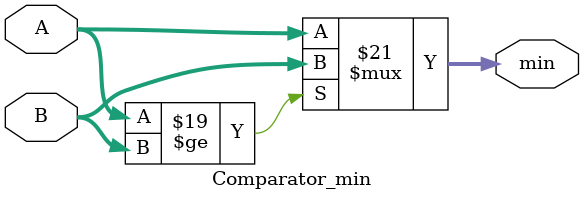
<source format=v>
 module ISP(
    // Input Signals
    input clk,
    input rst_n,
    input in_valid,
    input [3:0] in_pic_no,
    input [1:0] in_mode,
    input [1:0] in_ratio_mode,

    // Output Signals
    output reg out_valid,
    output reg [7:0] out_data,
    
    // DRAM Signals
    // axi write address channel
    // src master
    output [3:0]  awid_s_inf,
    output reg [31:0] awaddr_s_inf,
    output [2:0]  awsize_s_inf,
    output [1:0]  awburst_s_inf,
    output [7:0]  awlen_s_inf,
    output  reg   awvalid_s_inf,
    // src slave
    input         awready_s_inf,
    // -----------------------------
  
    // axi write data channel 
    // src master
    output reg [127:0] wdata_s_inf,
    output  reg       wlast_s_inf,
    output reg        wvalid_s_inf,
    // src slave
    input          wready_s_inf,
  
    // axi write response channel 
    // src slave
    input [3:0]    bid_s_inf,
    input [1:0]    bresp_s_inf,
    input          bvalid_s_inf,
    // src master 
    output         bready_s_inf,
    // -----------------------------
  
    // axi read address channel 
    // src master
    output [3:0]   arid_s_inf,
    output reg[31:0]  araddr_s_inf,
    output [7:0]   arlen_s_inf,
    output [2:0]   arsize_s_inf,
    output [1:0]   arburst_s_inf,
    output reg        arvalid_s_inf,
    // src slave
    input          arready_s_inf,
    // -----------------------------
  
    // axi read data channel 
    // slave
    input [3:0]    rid_s_inf,
    input [127:0]  rdata_s_inf,
    input [1:0]    rresp_s_inf,
    input          rlast_s_inf,
    input          rvalid_s_inf,
    // master
    output  reg       rready_s_inf
    
);
/////////////////////////
parameter IDLE          = 0;
parameter INPUT         = 1;   // for getting frame_id, net_id, loc_x, loc_y
parameter R_IMG         = 2;   // read weight from DRAM through AXI
parameter OUT           = 3;

parameter IDLE_W    = 0;
parameter WAIT_AW   = 1;
parameter W_IMG     = 2;
parameter WAIT_B    = 3;

integer i,j;
/////////reg/////////////
reg       delay_valid;
reg [3:0] state, next_state;
reg [3:0] out_AXI, next_out_AXI;
reg [7:0] cnt_192,W_cnt_192;
reg [5:0] count,count1,count2;
reg [3:0] count_reduce;
reg [3:0] in_pic_no_store;
reg [1:0] in_mode_store;
reg [1:0] in_ratio_mode_store;
// reg [9:0] A1,A2,A3,A4,A1_store,A2_store,A3_store,A4_store;
// reg [7:0] DI1,DI2,DI3,DI4;
// reg [7:0] DO1,DO2,DO3,DO4;
reg [7:0] data_from_dram[15:0];
reg [6:0] data_from_dram_store[15:0];
reg [7:0] data_store[35:0];
reg [127:0] data_to_dram,data_to_dram1,data_to_dram2,data_to_dram3;
reg  color;
reg [1:0] RGB;
reg [1:0] RGB_delay;


//read already or not
reg flag_pic[15:0],zero_flag[15:0];
reg [1:0]focus_store[15:0];
reg [1:0]focus_temp;
reg [7:0] exposure_temp;
reg [7:0] exposure_store[15:0];
reg [7:0] avg_min_max_store[15:0];

reg [7:0]sub_a[2:0],sub_b[2:0];
reg [7:0]sub_a_s[2:0],sub_b_s[2:0];
reg [7:0]sub_out[2:0];
reg [9:0]sub_accum_3_2;
reg [8:0]sub_accum_3_1;
reg [7:0]sub_accum_3_0;

reg [9:0]sub_accum_all_0;
reg [12:0]sub_accum_all_1;
reg [13:0]sub_accum_all_2;
reg [9:0]sub_accum_all_store_0;
reg [12:0]sub_accum_all_store_1;
reg [13:0]sub_accum_all_store_2;

reg [7:0]comp_a;
reg [7:0]comp_b;

reg [11:0]divide_a;
reg [3:0]divide_b;
reg [8:0]divide_out;

reg [6:0] gray_add_a[2:0];
reg [7:0] gray_add_b[2:0];
reg [7:0] gray_add_out[2:0];

reg [7:0]add_a,add_b,add_c,add_c_s;
reg [10:0]sub_accum_all_2_temp;
reg [8:0]add_out1;
reg [9:0]add_out2;

reg [17:0]exposure_add_out;

reg [11:0]input16_add_out;
reg [9:0]input16_add_out1,input16_add_out3;
reg [9:0]input16_add_out2,input16_add_out4;

reg flag_temp;

reg [1:0]flag_max;
reg [1:0]flag_max_store;
reg sub_flag[2:0];
reg cc,c1,c2;


reg en       ;
reg [14-1:0] dividend ;
reg [8:0]  quotient ;
reg vld_out  ;


reg en2       ;
reg [9:0] dividend2 ;
reg [7:0]  quotient2 ;
reg vld_out2  ;

reg en3       ;
reg [9:0] dividend3 ;
reg [7:0]  quotient3 ;
reg vld_out3  ;


reg [7:0] input16_add_out1_1;
reg [7:0] input16_add_out1_2;

reg [7:0] input16_add_out2_1;
reg [7:0] input16_add_out2_2;

reg [7:0] input16_add_out3_1;
reg [7:0] input16_add_out3_2;

reg [7:0] input16_add_out4_1;
reg [7:0] input16_add_out4_2;

reg [10:0] input16_add_outadd12;
reg [10:0] input16_add_outadd34;


//new
reg [7:0] dram_data_for_avg_min_max[15:0];

wire [7:0]max_3[1:0],max_2[3:0],max_1[7:0];
wire [7:0]min_3[1:0],min_2[3:0],min_1[7:0];
reg [7:0]max_3_store[1:0],max_2_store[3:0],max_1_store[7:0],min_4,max_4;
reg [7:0]min_3_store[1:0],min_2_store[3:0],min_1_store[7:0];
wire [7:0] max_temp1,min_temp1;
reg [7:0] max_last,min_last;

reg [9:0]max_acc,min_acc;
reg [7:0]max_divide,min_divide;
reg [7:0]max_min_out;


always @(posedge clk or negedge rst_n) begin
    if (!rst_n)begin
        for(i=0;i<16;i=i+1)
            flag_pic[i] <= 0;
    end else if(wvalid_s_inf)begin //rewrite to 0
        flag_pic[in_pic_no_store] <= 0;
    end else if(state==OUT)begin
        if(flag_pic[in_pic_no_store]==0)begin
            flag_pic[in_pic_no_store] <= 1;
        end 
    end
end

always @(posedge clk or negedge rst_n) begin
    if (!rst_n)begin
        for(i=0;i<16;i=i+1)
            zero_flag[i] <= 0;
    end else if(rready_s_inf)begin //rewrite to 1
        zero_flag[in_pic_no_store] <= 1;
    end else if(data_to_dram!=0)begin
        zero_flag[in_pic_no_store] <= 0;
    end
end

always@(posedge clk or negedge rst_n) begin
    if(!rst_n)begin
        for(i=0;i<=15;i=i+1)begin
            focus_store[i]<=0;
        end
    end else if(state==OUT&&!flag_temp) begin
        if(flag_max_store==0)begin
            focus_store[in_pic_no_store]<=0;
        end else if(flag_max_store==1)begin
            focus_store[in_pic_no_store]<=1;
        end else begin
            focus_store[in_pic_no_store]<=2;
        end
    end
end
//expflag
// always @(posedge clk or negedge rst_n) begin
//     if (!rst_n)begin
//         for(i=0;i<16;i=i+1)
//             exp_flag_pic[i] <= 0;
//     end else if(wvalid_s_inf)begin
//         exp_flag_pic[in_pic_no_store] <= 0;
//     end else if(state==OUT)begin
//         if(exp_flag_pic[in_pic_no_store]==0)begin
//             exp_flag_pic[in_pic_no_store] <= 1;
//         end 
//     end
// end

always@(posedge clk or negedge rst_n) begin
    if(!rst_n)begin
        flag_temp<=0;
    end else begin
        flag_temp<=flag_pic[in_pic_no_store];
    end
end

always@(posedge clk or negedge rst_n) begin
    if(!rst_n)begin
        for(i=0;i<=15;i=i+1)begin
            exposure_store[i]<=0;
        end
    end else if(state==OUT&&!flag_temp) begin
        exposure_store[in_pic_no_store]<=exposure_add_out[17:10];
    end
end


always@(posedge clk or negedge rst_n) begin
    if(!rst_n)begin
        for(i=0;i<=15;i=i+1)begin
            avg_min_max_store[i]<=0;
        end
    end else if(state==OUT&&!flag_temp) begin
        avg_min_max_store[in_pic_no_store]<=max_min_out;
    end
end

// always@(posedge clk or negedge rst_n) begin
//     if(!rst_n)begin
//         exposure_temp<=0;
//     end else begin
//         exposure_temp<=exposure_store[in_pic_no_store];
//     end
// end

// always@(posedge clk or negedge rst_n) begin
//     if(!rst_n)begin
//         focus_temp<=0;
//     end else  begin
//         focus_temp<=focus_store[in_pic_no_store];
//     end
// end


always @(posedge clk or negedge rst_n) begin
    if(!rst_n)begin
        RGB<=0;
    end else if(state==IDLE) begin
        RGB<=0;
    end else if(count2==63)begin
        if(RGB==2)begin
            RGB<=RGB;
        end else begin
            RGB<=RGB+1;
        end
    end
end

always @(posedge clk or negedge rst_n) begin
    if(!rst_n)begin
        RGB_delay<=0;
    end else begin
        RGB_delay<=RGB;
    end
end

////////////AXI FSM////////////
always @(posedge clk or negedge rst_n) begin
    if (!rst_n) begin
        out_AXI <= IDLE_W;
    end else begin
        out_AXI <= next_out_AXI;
    end
end


always @(*) begin
    case (out_AXI)
        IDLE_W: begin
            if (in_mode_store==1&&(in_ratio_mode_store!=2||!flag_pic[in_pic_no_store])&&!zero_flag[in_pic_no_store])
                next_out_AXI = WAIT_AW;
            else 
                next_out_AXI = out_AXI;
        end
        WAIT_AW: begin
            if (rvalid_s_inf) 
                next_out_AXI = W_IMG;
            else
                next_out_AXI = out_AXI;
        end
        W_IMG: begin
            if (W_cnt_192 == 191) 
                next_out_AXI = WAIT_B;
            else 
                next_out_AXI = out_AXI;
        end
        WAIT_B: begin
            if (in_valid) 
                next_out_AXI = IDLE;
            else 
                next_out_AXI = out_AXI;
        end
        default: begin
            next_out_AXI = out_AXI;
        end
    endcase
end

////////////FSM////////////////
always @(posedge clk or negedge rst_n) begin
    if (!rst_n)
        state <= IDLE;
    else
        state <= next_state;
end

always @(*) begin
    case (state)
        IDLE: begin
            if (in_valid) begin
                next_state = INPUT;
            end else begin
                next_state = state;
            end
        end
        
        INPUT: begin
            if(zero_flag[in_pic_no_store]||(flag_pic[in_pic_no_store]&&((in_mode_store==1&&in_ratio_mode_store==2)||(in_mode_store==0)||(in_mode_store==2))))begin
                next_state=OUT;
            end else begin
                if (arready_s_inf) 
                    next_state = R_IMG;
                else 
                    next_state = state;
            end
        end
        
        R_IMG: begin
            if(count2==13&&cnt_192==192)begin
                next_state=OUT;
            end else begin
                next_state=state;
            end
        end
        
        OUT:begin
            next_state = IDLE;
        end
        
        default: begin
            next_state = IDLE;
        end
    endcase
end


always @(negedge rst_n or posedge clk) begin
    if(!rst_n)begin
        gray_add_out[0]<=0;
        gray_add_out[1]<=0;
        gray_add_out[2]<=0;
    end else begin
        gray_add_out[0]<=gray_add_a [0]+ gray_add_b[0];
        gray_add_out[1]<=gray_add_a [1]+ gray_add_b[1];
        gray_add_out[2]<=gray_add_a [2]+ gray_add_b[2];
    end
end



always @(negedge rst_n or posedge clk) begin
    if(!rst_n)begin
        gray_add_a [0] <=0;
        gray_add_a [1] <=0;
        gray_add_a [2] <=0;
    end else if(count_reduce==0||count_reduce==2||count_reduce==4||count_reduce==6||count_reduce==8||count_reduce==10)begin
        gray_add_a [0] <=  data_from_dram_store[13];
        gray_add_a [1] <=  data_from_dram_store[14];
        gray_add_a [2] <=  data_from_dram_store[15];
    end else begin
        gray_add_a [0] <= data_from_dram_store[0];
        gray_add_a [1] <= data_from_dram_store[1];
        gray_add_a [2] <= data_from_dram_store[2];
    end
end


always @(negedge rst_n or posedge clk) begin
    if(!rst_n)begin
        gray_add_b[0] <= 0;
        gray_add_b[1] <= 0;
        gray_add_b[2] <= 0;
    end else begin
        case(count_reduce)
            0: begin    
                gray_add_b[0] <= data_store[0];
                gray_add_b[1] <= data_store[1];
                gray_add_b[2] <= data_store[2];
            end
            1: begin
                gray_add_b[0] <= data_store[3];
                gray_add_b[1] <= data_store[4];
                gray_add_b[2] <= data_store[5];
            end
            2: begin
                gray_add_b[0] <= data_store[6];
                gray_add_b[1] <= data_store[7];
                gray_add_b[2] <= data_store[8];
            end
            3: begin
                gray_add_b[0] <= data_store[9];
                gray_add_b[1] <= data_store[10];
                gray_add_b[2] <= data_store[11];
            end
            4: begin
                gray_add_b[0] <= data_store[12];
                gray_add_b[1] <= data_store[13];
                gray_add_b[2] <= data_store[14];
            end
            5: begin
                gray_add_b[0] <= data_store[15];
                gray_add_b[1] <= data_store[16];
                gray_add_b[2] <= data_store[17];
            end
            6: begin
                gray_add_b[0] <= data_store[18];
                gray_add_b[1] <= data_store[19];
                gray_add_b[2] <= data_store[20];
            end
            7: begin
                gray_add_b[0] <= data_store[21];
                gray_add_b[1] <= data_store[22];
                gray_add_b[2] <= data_store[23];
            end
            8: begin
                gray_add_b[0] <= data_store[24];
                gray_add_b[1] <= data_store[25];
                gray_add_b[2] <= data_store[26];
            end
            9: begin
                gray_add_b[0] <= data_store[27];
                gray_add_b[1] <= data_store[28];
                gray_add_b[2] <= data_store[29];
            end
            10: begin
                gray_add_b[0] <= data_store[30];
                gray_add_b[1] <= data_store[31];
                gray_add_b[2] <= data_store[32];
            end
            11: begin
                gray_add_b[0] <= data_store[33];
                gray_add_b[1] <= data_store[34];
                gray_add_b[2] <= data_store[35];
            end
            default:begin
                gray_add_b [0] <= 0;
                gray_add_b [1] <= 0;
                gray_add_b [2] <= 0;
            end
        endcase
    end
end

always @(negedge rst_n or posedge clk) begin
    if(!rst_n)begin
        for(i=0;i<36;i=i+1)begin
            data_store[i]<=0;
        end
    end else if(state==IDLE) begin
        for(i=0;i<36;i=i+1)begin
            data_store[i]<=0;
        end
    end else begin
        case(count_reduce)
            2:  begin    
                data_store[0] <= gray_add_out[0];
                data_store[1] <= gray_add_out[1];
                data_store[2] <= gray_add_out[2];
            end
            3:  begin
                data_store[3] <= gray_add_out[0];
                data_store[4] <= gray_add_out[1];
                data_store[5] <= gray_add_out[2];
            end
            4:  begin
                data_store[6]  <= gray_add_out[0];
                data_store[7]  <= gray_add_out[1];
                data_store[8]  <= gray_add_out[2];
            end
            5:  begin
                data_store[9]  <= gray_add_out[0];
                data_store[10] <= gray_add_out[1];
                data_store[11] <= gray_add_out[2];
            end
            6:  begin
                data_store[12] <= gray_add_out[0];
                data_store[13] <= gray_add_out[1];
                data_store[14] <= gray_add_out[2];
            end
            7:  begin
                data_store[15] <= gray_add_out[0];
                data_store[16] <= gray_add_out[1];
                data_store[17] <= gray_add_out[2];
            end
            8:  begin
                data_store[18] <= gray_add_out[0];
                data_store[19] <= gray_add_out[1];
                data_store[20] <= gray_add_out[2];
            end
            9:  begin
                data_store[21] <= gray_add_out[0];
                data_store[22] <= gray_add_out[1];
                data_store[23] <= gray_add_out[2];
            end
            10: begin
                data_store[24] <= gray_add_out[0];
                data_store[25] <= gray_add_out[1];
                data_store[26] <= gray_add_out[2];
            end
            11:  begin
                data_store[27] <= gray_add_out[0];
                data_store[28] <= gray_add_out[1];
                data_store[29] <= gray_add_out[2];
            end
            12: begin
                data_store[30] <= gray_add_out[0];
                data_store[31] <= gray_add_out[1];
                data_store[32] <= gray_add_out[2];
            end
            13: begin
                data_store[33] <= gray_add_out[0];
                data_store[34] <= gray_add_out[1];
                data_store[35] <= gray_add_out[2];
            end
        endcase
    end
end

//3 sub
always @(negedge rst_n or posedge clk) begin
    if(!rst_n)begin
        sub_out[0]<=0;
    end else if(sub_flag[0])begin
        sub_out[0]<=sub_a_s[0]-sub_b_s[0];
    end else begin
        sub_out[0]<=sub_b_s[0]-sub_a_s[0];
    end
end

always @(negedge rst_n or posedge clk) begin
    if(!rst_n)begin
        sub_out[1]<=0;
    end else if(sub_flag[1])begin
        sub_out[1]<=sub_a_s[1]-sub_b_s[1];
    end else begin
        sub_out[1]<=sub_b_s[1]-sub_a_s[1];
    end
end

always @(negedge rst_n or posedge clk) begin
    if(!rst_n)begin
        sub_out[2]<=0;
    end else if(sub_flag[2])begin
        sub_out[2]<=sub_a_s[2]-sub_b_s[2];
    end else begin
        sub_out[2]<=sub_b_s[2]-sub_a_s[2];
    end
end

always @(negedge rst_n or posedge clk) begin
    if(!rst_n)begin
        sub_flag[0]<=0;
    end else if(sub_a[0]>=sub_b[0])begin
        sub_flag[0]<=1;
    end else begin
        sub_flag[0]<=0;
    end
end

always @(negedge rst_n or posedge clk) begin
    if(!rst_n)begin
        for(i=0;i<3;i=i+1)begin
            sub_a_s[i]<=0;
            sub_b_s[i]<=0;
        end
    end else begin
        for(i=0;i<3;i=i+1)begin
            sub_a_s[i]<=sub_a[i];
            sub_b_s[i]<=sub_b[i];
        end
    end
end

always @(negedge rst_n or posedge clk) begin
    if(!rst_n)begin
        sub_flag[1]<=0;
    end else if(sub_a[1]>=sub_b[1])begin
        sub_flag[1]<=1;
    end else begin
        sub_flag[1]<=0;
    end
end

always @(negedge rst_n or posedge clk) begin
    if(!rst_n)begin
        sub_flag[2]<=0;
    end else if(sub_a[2]>=sub_b[2])begin
        sub_flag[2]<=1;
    end else begin
        sub_flag[2]<=0;
    end
end


always @(negedge rst_n or posedge clk) begin
    if(!rst_n)begin
        add_a<=0;
        add_b<=0;
        add_c<=0;
    end else if(count2==36||count2==38||count2==40||count2==50||count2==46||count2==48)begin
        add_a<=sub_out[2];
        add_b<=sub_out[1];
        add_c<=sub_out[0];
    end else if(count2==37||count2==39||count2==41||count2==51||count2==47||count2==49)begin
        add_a<=sub_out[0];
        add_b<=sub_out[1];
        add_c<=sub_out[2];
    end else begin
        add_a<=sub_out[0];
        add_b<=sub_out[1];
        add_c<=sub_out[2];
    end
end
////////

always @(*) begin
    add_out1=(add_a+add_b);
    // add_out2=add_out1+add_c;
end

always @(negedge rst_n or posedge clk) begin
    if(!rst_n)begin
        add_c_s<=0;
    end else begin
        add_c_s<=add_c;
    end
end


//constrast 2 cnt==30 晚一cycle
always @(negedge rst_n or posedge clk) begin
    if(!rst_n)begin
        sub_accum_3_2<=0;
    end else begin
        sub_accum_3_2<=add_out1;
    end
end
//constrast 1 cnt==32
always @(negedge rst_n or posedge clk) begin
    if(!rst_n)begin
        sub_accum_3_1<=0;
    end else begin
        sub_accum_3_1<=add_out1;
    end
end

//constrast 1 cnt==32
always @(negedge rst_n or posedge clk) begin
    if(!rst_n)begin
        sub_accum_3_0<=0;
    end else begin
        sub_accum_3_0<=add_a;
    end
end


always @(negedge rst_n or posedge clk) begin
    if(!rst_n)begin
        sub_a[0] <=0;
        sub_b[0] <=0;
        sub_a[1] <=0;
        sub_b[1] <=0;
        sub_a[2] <=0;
        sub_b[2] <=0;
    end else begin
        case (count2)
            31: begin
                sub_a[0] <= data_store[0];
                sub_b[0] <= data_store[6];
                sub_a[1] <= data_store[1];
                sub_b[1] <= data_store[7];
                sub_a[2] <= data_store[2];
                sub_b[2] <= data_store[8];
            end
            32: begin
                sub_a[0] <= data_store[0 + 3];
                sub_b[0] <= data_store[6 + 3];
                sub_a[1] <= data_store[1 + 3];
                sub_b[1] <= data_store[7 + 3];
                sub_a[2] <= data_store[2 + 3];
                sub_b[2] <= data_store[8 + 3];
            end
            33: begin
                sub_a[0] <= data_store[0 + 6];
                sub_b[0] <= data_store[6 + 6];
                sub_a[1] <= data_store[1 + 6];
                sub_b[1] <= data_store[7 + 6];
                sub_a[2] <= data_store[2 + 6];
                sub_b[2] <= data_store[8 + 6];
            end
            34: begin
                sub_a[0] <= data_store[0 + 9];
                sub_b[0] <= data_store[6 + 9];
                sub_a[1] <= data_store[1 + 9];
                sub_b[1] <= data_store[7 + 9];
                sub_a[2] <= data_store[2 + 9];
                sub_b[2] <= data_store[8 + 9];
            end
            35: begin
                sub_a[0] <= data_store[0 + 12];
                sub_b[0] <= data_store[6 + 12];
                sub_a[1] <= data_store[1 + 12];
                sub_b[1] <= data_store[7 + 12];
                sub_a[2] <= data_store[2 + 12];
                sub_b[2] <= data_store[8 + 12];
            end
            36: begin
                sub_a[0] <= data_store[0 + 15];
                sub_b[0] <= data_store[6 + 15];
                sub_a[1] <= data_store[1 + 15];
                sub_b[1] <= data_store[7 + 15];
                sub_a[2] <= data_store[2 + 15];
                sub_b[2] <= data_store[8 + 15];
            end
            37: begin
                sub_a[0] <= data_store[0 + 18];
                sub_b[0] <= data_store[6 + 18];
                sub_a[1] <= data_store[1 + 18];
                sub_b[1] <= data_store[7 + 18];
                sub_a[2] <= data_store[2 + 18];
                sub_b[2] <= data_store[8 + 18];
            end
            38: begin
                sub_a[0] <= data_store[0 + 21];
                sub_b[0] <= data_store[6 + 21];
                sub_a[1] <= data_store[1 + 21];
                sub_b[1] <= data_store[7 + 21];
                sub_a[2] <= data_store[2 + 21];
                sub_b[2] <= data_store[8 + 21];
            end
            39: begin
                sub_a[0] <= data_store[0 + 24];
                sub_b[0] <= data_store[6 + 24];
                sub_a[1] <= data_store[1 + 24];
                sub_b[1] <= data_store[7 + 24];
                sub_a[2] <= data_store[2 + 24];
                sub_b[2] <= data_store[8 + 24];
            end
            40:begin 
                sub_a[0] <= data_store[0 + 27];
                sub_b[0] <= data_store[6 + 27];
                sub_a[1] <= data_store[1 + 27];
                sub_b[1] <= data_store[7 + 27];
                sub_a[2] <= data_store[2 + 27];
                sub_b[2] <= data_store[8 + 27];
                
            end
            41:begin
                sub_a[0] <= data_store[0];
                sub_b[0] <= data_store[1];
                sub_a[1] <= data_store[6];
                sub_b[1] <= data_store[7];   
                sub_a[2] <= data_store[12];
                sub_b[2] <= data_store[13];
            end
            42:begin
                sub_a[0] <= data_store[18];
                sub_b[0] <= data_store[19];
                sub_a[1] <= data_store[24];
                sub_b[1] <= data_store[25];   
                sub_a[2] <= data_store[30];
                sub_b[2] <= data_store[31];
            end
            43:begin
                sub_a[0] <= data_store[0 +1];
                sub_b[0] <= data_store[1 +1];
                sub_a[1] <= data_store[6 +1];
                sub_b[1] <= data_store[7 +1];   
                sub_a[2] <= data_store[12+1];
                sub_b[2] <= data_store[13+1];
            end
            44:begin
                sub_a[0] <= data_store[18+1];
                sub_b[0] <= data_store[19+1];
                sub_a[1] <= data_store[24+1];
                sub_b[1] <= data_store[25+1];   
                sub_a[2] <= data_store[30+1];
                sub_b[2] <= data_store[31+1];
            end      
            45:begin
                sub_a[0] <= data_store[0 +2];
                sub_b[0] <= data_store[1 +2];
                sub_a[1] <= data_store[6 +2];
                sub_b[1] <= data_store[7 +2];   
                sub_a[2] <= data_store[12+2];
                sub_b[2] <= data_store[13+2];
            end
            46:begin
                sub_a[0] <= data_store[18+2];
                sub_b[0] <= data_store[19+2];
                sub_a[1] <= data_store[24+2];
                sub_b[1] <= data_store[25+2];   
                sub_a[2] <= data_store[30+2];
                sub_b[2] <= data_store[31+2];
            end
            47:begin
                sub_a[0] <= data_store[0 +3];
                sub_b[0] <= data_store[1 +3];
                sub_a[1] <= data_store[6 +3];
                sub_b[1] <= data_store[7 +3];   
                sub_a[2] <= data_store[12+3];
                sub_b[2] <= data_store[13+3];
            end
            48:begin
                sub_a[0] <= data_store[18+3];
                sub_b[0] <= data_store[19+3];
                sub_a[1] <= data_store[24+3];
                sub_b[1] <= data_store[25+3];   
                sub_a[2] <= data_store[30+3];
                sub_b[2] <= data_store[31+3];
            end
            49:begin
                sub_a[0] <= data_store[0 +4];
                sub_b[0] <= data_store[1 +4];
                sub_a[1] <= data_store[6 +4];
                sub_b[1] <= data_store[7 +4];   
                sub_a[2] <= data_store[12+4];
                sub_b[2] <= data_store[13+4];
            end
            50:begin
                sub_a[0] <= data_store[18+4];
                sub_b[0] <= data_store[19+4];
                sub_a[1] <= data_store[24+4];
                sub_b[1] <= data_store[25+4];   
                sub_a[2] <= data_store[30+4];
                sub_b[2] <= data_store[31+4];
            end
        endcase
    end
end


/////constrast 2
always @(negedge rst_n or posedge clk) begin
    if(!rst_n)begin
        sub_accum_all_2_temp<=0;
    end else begin
        sub_accum_all_2_temp<=sub_accum_3_2+add_c_s;
    end
end


always @(*) begin
    sub_accum_all_2=sub_accum_all_store_2+sub_accum_all_2_temp;
end
//比1 0 晚1cycle
always @(negedge rst_n or posedge clk) begin
    if(!rst_n)begin
        sub_accum_all_store_2<=0;
    end else if(state==IDLE)begin
        sub_accum_all_store_2<=0;
    end else if(RGB==2)begin
        if(count2>=37&&count2<=56) begin
            sub_accum_all_store_2<=sub_accum_all_2;
        end else if(count2==3&&cnt_192==192)begin
            sub_accum_all_store_2<=quotient;
        end
    end
end
/////constrast 1
always @(*) begin
    sub_accum_all_1=sub_accum_all_store_1+sub_accum_3_1;
end

always @(negedge rst_n or posedge clk) begin
    if(!rst_n)begin
        sub_accum_all_store_1<=0;
    end else if(state==IDLE)begin
        sub_accum_all_store_1<=0;
    end else if(RGB==2)begin
        if((count2>=38&&count2<=43)||(count2>=48&&count2<=53)) begin
            sub_accum_all_store_1<=sub_accum_all_1;
        end else if(count2==54)begin
            sub_accum_all_store_1<=(sub_accum_all_store_1>>4);
        end
    end
end



/////constrast 0
always @(*) begin
    sub_accum_all_0=sub_accum_all_store_0+sub_accum_3_0;
end

always @(negedge rst_n or posedge clk) begin
    if(!rst_n)begin
        sub_accum_all_store_0<=0;
    end else if(state==IDLE)begin
        sub_accum_all_store_0<=0;
    end else if(RGB==2)begin
        if((count2==41||count2==40)||(count2==51||count2==50)) begin
            sub_accum_all_store_0<=sub_accum_all_0;
        end else if(count2==54)begin
            sub_accum_all_store_0<=(sub_accum_all_store_0>>2);
        end
    end
end
////comp////相同時輸出小
always @(*) begin
    if(comp_a>=comp_b)begin
        if(c1)begin
            flag_max=0; //a larger 
        end else begin
            flag_max=flag_max_store;
        end
    end else begin
        if(c1)begin
            flag_max=1; //a larger 
        end else begin
            flag_max=2;
        end
    end
end

always @(negedge rst_n or posedge clk) begin
    if(!rst_n)begin
        cc<=0;
    end else if(count2==54||count2==3)begin
        cc<=1;
    end else begin
        cc<=0;
    end
end

always @(negedge rst_n or posedge clk) begin
    if(!rst_n)begin
        c1<=0;
    end else if(count2==54)begin
        c1<=1;
    end else begin
        c1<=0;
    end
end

always @(negedge rst_n or posedge clk) begin
    if(!rst_n)begin
        c2<=0;
    end else if(count2==3)begin
        c2<=1;
    end else begin
        c2<=0;
    end
end

always @(*) begin
    if(c1)begin
        comp_a=sub_accum_all_store_0;
        comp_b=sub_accum_all_store_1;
    end else if(c2)begin
        if(flag_max_store==0)begin
            comp_a=sub_accum_all_store_0;
            comp_b=sub_accum_all_store_2;
        end else begin
            comp_a=sub_accum_all_store_1;
            comp_b=sub_accum_all_store_2;
        end
    end else begin
        comp_a=0;
        comp_b=0;
    end
end


////
always @(negedge rst_n or posedge clk) begin
    if(!rst_n)begin
        flag_max_store<=0;
    end else begin
        if(cc)begin
            flag_max_store<=flag_max;
        end 
    end
end


// always @(*) begin
//     divide_out=divide_a/divide_b;
// end

// always @(*) begin
//     divide_a=sub_accum_all_store_2[13:2];
//     divide_b=9;
// end

always @(*) begin
    if(count2==57)begin
        en=1;
    end else begin
        en=0;
    end
end

always @(*) begin
    dividend=sub_accum_all_store_2;
end


div_fsm dd1 (
    .clk       (clk),
    .rstn      (rst_n),
    .en        (en),
    .dividend  (dividend),
    .quotient  (quotient),
    .vld_out   (vld_out)
);



always @(*) begin
    if(count2==3)begin
        en2=1;
    end else begin
        en2=0;
    end
end

always @(*) begin
    dividend2=max_acc;
end

div_fsm_3 dd2 (
    .clk       (clk),
    .rstn      (rst_n),
    .en        (en2),
    .dividend  (dividend2),
    .quotient  (quotient2),
    .vld_out   (vld_out2)
);

always @(*) begin
    if(count2==3)begin
        en3=1;
    end else begin
        en3=0;
    end
end

always @(*) begin
    dividend3=min_acc;
end

div_fsm_3 dd3 (
    .clk       (clk),
    .rstn      (rst_n),
    .en        (en3),
    .dividend  (dividend3),
    .quotient  (quotient3),
    .vld_out   (vld_out3)
);




//count2==52有max值


always @(*) begin
    data_from_dram[0]  = rdata_s_inf[7:0];
    data_from_dram[1]  = rdata_s_inf[15:8];
    data_from_dram[2]  = rdata_s_inf[23:16];
    data_from_dram[3]  = rdata_s_inf[31:24];
    data_from_dram[4]  = rdata_s_inf[39:32];
    data_from_dram[5]  = rdata_s_inf[47:40];
    data_from_dram[6]  = rdata_s_inf[55:48];
    data_from_dram[7]  = rdata_s_inf[63:56];
    data_from_dram[8]  = rdata_s_inf[71:64];
    data_from_dram[9]  = rdata_s_inf[79:72];
    data_from_dram[10] = rdata_s_inf[87:80];
    data_from_dram[11] = rdata_s_inf[95:88];
    data_from_dram[12] = rdata_s_inf[103:96];
    data_from_dram[13] = rdata_s_inf[111:104];
    data_from_dram[14] = rdata_s_inf[119:112];
    data_from_dram[15] = rdata_s_inf[127:120];
end

//accum gray RGB
always @(negedge rst_n or posedge clk) begin
    if(!rst_n)begin
        for(i=0;i<16;i=i+1)begin
            dram_data_for_avg_min_max[i]<=0;
        end
    end else begin
        dram_data_for_avg_min_max[0]  <= rdata_s_inf[7:0];
        dram_data_for_avg_min_max[1]  <= rdata_s_inf[15:8];
        dram_data_for_avg_min_max[2]  <= rdata_s_inf[23:16];
        dram_data_for_avg_min_max[3]  <= rdata_s_inf[31:24];
        dram_data_for_avg_min_max[4]  <= rdata_s_inf[39:32];
        dram_data_for_avg_min_max[5]  <= rdata_s_inf[47:40];
        dram_data_for_avg_min_max[6]  <= rdata_s_inf[55:48];
        dram_data_for_avg_min_max[7]  <= rdata_s_inf[63:56];
        dram_data_for_avg_min_max[8]  <= rdata_s_inf[71:64];
        dram_data_for_avg_min_max[9]  <= rdata_s_inf[79:72];
        dram_data_for_avg_min_max[10] <= rdata_s_inf[87:80];
        dram_data_for_avg_min_max[11] <= rdata_s_inf[95:88];
        dram_data_for_avg_min_max[12] <= rdata_s_inf[103:96];
        dram_data_for_avg_min_max[13] <= rdata_s_inf[111:104];
        dram_data_for_avg_min_max[14] <= rdata_s_inf[119:112];
        dram_data_for_avg_min_max[15] <= rdata_s_inf[127:120];
    end
end
//accum gray RGB
always @(negedge rst_n or posedge clk) begin
    if(!rst_n)begin
        for(i=0;i<16;i=i+1)begin
            data_from_dram_store[i]<=0;
        end
    end else begin
        if(RGB==0||RGB==2)begin
            data_from_dram_store[0]  <= (data_to_dram[7:0]     >>2);
            data_from_dram_store[1]  <= (data_to_dram[15:8]    >>2);
            data_from_dram_store[2]  <= (data_to_dram[23:16]   >>2);
            data_from_dram_store[3]  <= (data_to_dram[31:24]   >>2);
            data_from_dram_store[4]  <= (data_to_dram[39:32]   >>2);
            data_from_dram_store[5]  <= (data_to_dram[47:40]   >>2);
            data_from_dram_store[6]  <= (data_to_dram[55:48]   >>2);
            data_from_dram_store[7]  <= (data_to_dram[63:56]   >>2);
            data_from_dram_store[8]  <= (data_to_dram[71:64]   >>2);
            data_from_dram_store[9]  <= (data_to_dram[79:72]   >>2);
            data_from_dram_store[10] <= (data_to_dram[87:80]   >>2);
            data_from_dram_store[11] <= (data_to_dram[95:88]   >>2);
            data_from_dram_store[12] <= (data_to_dram[103:96]  >>2);
            data_from_dram_store[13] <= (data_to_dram[111:104] >>2);
            data_from_dram_store[14] <= (data_to_dram[119:112] >>2);
            data_from_dram_store[15] <= (data_to_dram[127:120] >>2);
        end else if(RGB==1)begin
            data_from_dram_store[0]  <= (data_to_dram[7:0]      >>1);
            data_from_dram_store[1]  <= (data_to_dram[15:8]     >>1);
            data_from_dram_store[2]  <= (data_to_dram[23:16]    >>1);
            data_from_dram_store[3]  <= (data_to_dram[31:24]    >>1);
            data_from_dram_store[4]  <= (data_to_dram[39:32]    >>1);
            data_from_dram_store[5]  <= (data_to_dram[47:40]    >>1);
            data_from_dram_store[6]  <= (data_to_dram[55:48]    >>1);
            data_from_dram_store[7]  <= (data_to_dram[63:56]    >>1);
            data_from_dram_store[8]  <= (data_to_dram[71:64]    >>1);
            data_from_dram_store[9]  <= (data_to_dram[79:72]    >>1);
            data_from_dram_store[10] <= (data_to_dram[87:80]    >>1);
            data_from_dram_store[11] <= (data_to_dram[95:88]    >>1);
            data_from_dram_store[12] <= (data_to_dram[103:96]   >>1);
            data_from_dram_store[13] <= (data_to_dram[111:104]  >>1);
            data_from_dram_store[14] <= (data_to_dram[119:112]  >>1);
            data_from_dram_store[15] <= (data_to_dram[127:120]  >>1);
        end
    end
end
// 第一級加法：處理 data_from_dram_store[0] 到 data_from_dram_store[3]
always @(negedge rst_n or posedge clk) begin
    if(!rst_n) begin
        input16_add_out1_1 <= 0;
    end else begin
        input16_add_out1_1 <= data_from_dram_store[0] + data_from_dram_store[1];
    end
end

always @(negedge rst_n or posedge clk) begin
    if(!rst_n) begin
        input16_add_out1_2 <= 0;
    end else begin
        input16_add_out1_2 <= data_from_dram_store[2] + data_from_dram_store[3];
    end
end

always @(negedge rst_n or posedge clk) begin
    if(!rst_n) begin
        input16_add_out1 <= 0;
    end else begin
        input16_add_out1 <= input16_add_out1_1 + input16_add_out1_2;
    end
end

// 第二級加法：處理 data_from_dram_store[4] 到 data_from_dram_store[7]
always @(negedge rst_n or posedge clk) begin
    if(!rst_n) begin
        input16_add_out3_1 <= 0;
    end else begin
        input16_add_out3_1 <= data_from_dram_store[4] + data_from_dram_store[5];
    end
end

always @(negedge rst_n or posedge clk) begin
    if(!rst_n) begin
        input16_add_out3_2 <= 0;
    end else begin
        input16_add_out3_2 <= data_from_dram_store[6] + data_from_dram_store[7];
    end
end

always @(negedge rst_n or posedge clk) begin
    if(!rst_n) begin
        input16_add_out3 <= 0;
    end else begin
        input16_add_out3 <= input16_add_out3_1 + input16_add_out3_2;
    end
end

always @(negedge rst_n or posedge clk) begin
    if(!rst_n)begin
        input16_add_out2_1<=0;
    end else begin       
        input16_add_out2_1 <= 
            (data_from_dram_store[8 ] + data_from_dram_store[9 ]) ;

    end
end

always @(negedge rst_n or posedge clk) begin
    if(!rst_n)begin
        input16_add_out2_2<=0;
    end else begin       
        input16_add_out2_2 <= 
            (data_from_dram_store[10] + data_from_dram_store[11]) ;

    end
end

always @(negedge rst_n or posedge clk) begin
    if(!rst_n)begin
        input16_add_out2<=0;
    end else begin       
        input16_add_out2 <= 
            (input16_add_out2_1 + input16_add_out2_2) ;

    end
end



// 第一級加法：處理 data_from_dram_store[12] 到 data_from_dram_store[15]
always @(negedge rst_n or posedge clk) begin
    if (!rst_n) begin
        input16_add_out4_1 <= 0;
    end else begin
        input16_add_out4_1 <= data_from_dram_store[12] + data_from_dram_store[13];
    end
end

always @(negedge rst_n or posedge clk) begin
    if (!rst_n) begin
        input16_add_out4_2 <= 0;
    end else begin
        input16_add_out4_2 <= data_from_dram_store[14] + data_from_dram_store[15];
    end
end

// 第二級加法：將前兩個加法結果相加
always @(negedge rst_n or posedge clk) begin
    if (!rst_n) begin
        input16_add_out4 <= 0;
    end else begin
        input16_add_out4 <= input16_add_out4_1 + input16_add_out4_2;
    end
end

always @(negedge rst_n or posedge clk) begin
    if (!rst_n) begin
        input16_add_outadd12 <= 0;
    end else begin
        input16_add_outadd12 <= input16_add_out1 + input16_add_out2;
    end
end

always @(negedge rst_n or posedge clk) begin
    if (!rst_n) begin
        input16_add_outadd34 <= 0;
    end else begin
        input16_add_outadd34 <= input16_add_out3 + input16_add_out4;
    end
end

always @(negedge rst_n or posedge clk) begin
    if(!rst_n)begin
        input16_add_out<=0;
    end else begin       
        input16_add_out <= input16_add_outadd12+input16_add_outadd34;
    end
end


always @(negedge rst_n or posedge clk) begin
    if(!rst_n)begin
        exposure_add_out<=0;
    end else if(state==IDLE)begin
        exposure_add_out<=0;
    end else begin
        exposure_add_out<=exposure_add_out+input16_add_out;
    end
end


//writeback ratio
always @(negedge rst_n or posedge clk) begin
    if(!rst_n)begin
        data_to_dram<=0;
    end else begin
        if(in_mode_store==0||in_mode_store==2)begin
            data_to_dram[7:0]      <=  data_from_dram[0] ;
            data_to_dram[15:8]     <=  data_from_dram[1] ;
            data_to_dram[23:16]    <=  data_from_dram[2] ;
            data_to_dram[31:24]    <=  data_from_dram[3] ;
            data_to_dram[39:32]    <=  data_from_dram[4] ;
            data_to_dram[47:40]    <=  data_from_dram[5] ;
            data_to_dram[55:48]    <=  data_from_dram[6] ;
            data_to_dram[63:56]    <=  data_from_dram[7] ;
            data_to_dram[71:64]    <=  data_from_dram[8] ;
            data_to_dram[79:72]    <=  data_from_dram[9] ;
            data_to_dram[87:80]    <=  data_from_dram[10];
            data_to_dram[95:88]    <=  data_from_dram[11];
            data_to_dram[103:96]   <=  data_from_dram[12];
            data_to_dram[111:104]  <=  data_from_dram[13];
            data_to_dram[119:112]  <=  data_from_dram[14];
            data_to_dram[127:120]  <=  data_from_dram[15];
        end else begin
            case(in_ratio_mode_store)
                0: begin 
                    data_to_dram[7:0]      <= (data_from_dram[0] >>  2);
                    data_to_dram[15:8]     <= (data_from_dram[1] >>  2);
                    data_to_dram[23:16]    <= (data_from_dram[2] >>  2);
                    data_to_dram[31:24]    <= (data_from_dram[3] >>  2);
                    data_to_dram[39:32]    <= (data_from_dram[4] >>  2);
                    data_to_dram[47:40]    <= (data_from_dram[5] >>  2);
                    data_to_dram[55:48]    <= (data_from_dram[6] >>  2);
                    data_to_dram[63:56]    <= (data_from_dram[7] >>  2);
                    data_to_dram[71:64]    <= (data_from_dram[8] >>  2);
                    data_to_dram[79:72]    <= (data_from_dram[9] >>  2);
                    data_to_dram[87:80]    <= (data_from_dram[10] >> 2);
                    data_to_dram[95:88]    <= (data_from_dram[11] >> 2);
                    data_to_dram[103:96]   <= (data_from_dram[12] >> 2);
                    data_to_dram[111:104]  <= (data_from_dram[13] >> 2);
                    data_to_dram[119:112]  <= (data_from_dram[14] >> 2);
                    data_to_dram[127:120]  <= (data_from_dram[15] >> 2);
                end
                1: begin 
                    data_to_dram[7:0]      <= (data_from_dram[0] >>  1);
                    data_to_dram[15:8]     <= (data_from_dram[1] >>  1);
                    data_to_dram[23:16]    <= (data_from_dram[2] >>  1);
                    data_to_dram[31:24]    <= (data_from_dram[3] >>  1);
                    data_to_dram[39:32]    <= (data_from_dram[4] >>  1);
                    data_to_dram[47:40]    <= (data_from_dram[5] >>  1);
                    data_to_dram[55:48]    <= (data_from_dram[6] >>  1);
                    data_to_dram[63:56]    <= (data_from_dram[7] >>  1);
                    data_to_dram[71:64]    <= (data_from_dram[8] >>  1);
                    data_to_dram[79:72]    <= (data_from_dram[9] >>  1);
                    data_to_dram[87:80]    <= (data_from_dram[10] >> 1);
                    data_to_dram[95:88]    <= (data_from_dram[11] >> 1);
                    data_to_dram[103:96]   <= (data_from_dram[12] >> 1);
                    data_to_dram[111:104]  <= (data_from_dram[13] >> 1);
                    data_to_dram[119:112]  <= (data_from_dram[14] >> 1);
                    data_to_dram[127:120]  <= (data_from_dram[15] >> 1);
                end
                2: begin
                    data_to_dram[7:0]      <= data_from_dram[0];
                    data_to_dram[15:8]     <= data_from_dram[1];
                    data_to_dram[23:16]    <= data_from_dram[2];
                    data_to_dram[31:24]    <= data_from_dram[3];
                    data_to_dram[39:32]    <= data_from_dram[4];
                    data_to_dram[47:40]    <= data_from_dram[5];
                    data_to_dram[55:48]    <= data_from_dram[6];
                    data_to_dram[63:56]    <= data_from_dram[7];
                    data_to_dram[71:64]    <= data_from_dram[8];
                    data_to_dram[79:72]    <= data_from_dram[9];
                    data_to_dram[87:80]    <= data_from_dram[10];
                    data_to_dram[95:88]    <= data_from_dram[11];
                    data_to_dram[103:96]   <= data_from_dram[12];
                    data_to_dram[111:104]  <= data_from_dram[13];
                    data_to_dram[119:112]  <= data_from_dram[14];
                    data_to_dram[127:120]  <= data_from_dram[15];
                end
                3: begin
                    if(data_from_dram[0] >= 128) begin
                        data_to_dram[7:0] <= 255;
                    end else begin
                        data_to_dram[7:0] <= (data_from_dram[0] << 1);
                    end

                    if(data_from_dram[1] >= 128) begin
                        data_to_dram[15:8] <= 255;
                    end else begin
                        data_to_dram[15:8] <= (data_from_dram[1] << 1);
                    end

                    if(data_from_dram[2] >= 128) begin
                        data_to_dram[23:16] <= 255;
                    end else begin
                        data_to_dram[23:16] <= (data_from_dram[2] << 1);
                    end

                    if(data_from_dram[3] >= 128) begin
                        data_to_dram[31:24] <= 255;
                    end else begin
                        data_to_dram[31:24] <= (data_from_dram[3] << 1);
                    end

                    if(data_from_dram[4] >= 128) begin
                        data_to_dram[39:32] <= 255;
                    end else begin
                        data_to_dram[39:32] <= (data_from_dram[4] << 1);
                    end

                    if(data_from_dram[5] >= 128) begin
                        data_to_dram[47:40] <= 255;
                    end else begin
                        data_to_dram[47:40] <= (data_from_dram[5] << 1);
                    end

                    if(data_from_dram[6] >= 128) begin
                        data_to_dram[55:48] <= 255;
                    end else begin
                        data_to_dram[55:48] <= (data_from_dram[6] << 1);
                    end

                    if(data_from_dram[7] >= 128) begin
                        data_to_dram[63:56] <= 255;
                    end else begin
                        data_to_dram[63:56] <= (data_from_dram[7] << 1);
                    end

                    if(data_from_dram[8] >= 128) begin
                        data_to_dram[71:64] <= 255;
                    end else begin
                        data_to_dram[71:64] <= (data_from_dram[8] << 1);
                    end

                    if(data_from_dram[9] >= 128) begin
                        data_to_dram[79:72] <= 255;
                    end else begin
                        data_to_dram[79:72] <= (data_from_dram[9] << 1);
                    end

                    if(data_from_dram[10] >= 128) begin
                        data_to_dram[87:80] <= 255;
                    end else begin
                        data_to_dram[87:80] <= (data_from_dram[10] << 1);
                    end

                    if(data_from_dram[11] >= 128) begin
                        data_to_dram[95:88] <= 255;
                    end else begin
                        data_to_dram[95:88] <= (data_from_dram[11] << 1);
                    end

                    if(data_from_dram[12] >= 128) begin
                        data_to_dram[103:96] <= 255;
                    end else begin
                        data_to_dram[103:96] <= (data_from_dram[12] << 1);
                    end

                    if(data_from_dram[13] >= 128) begin
                        data_to_dram[111:104] <= 255;
                    end else begin
                        data_to_dram[111:104] <= (data_from_dram[13] << 1);
                    end

                    if(data_from_dram[14] >= 128) begin
                        data_to_dram[119:112] <= 255;
                    end else begin
                        data_to_dram[119:112] <= (data_from_dram[14] << 1);
                    end

                    if(data_from_dram[15] >= 128) begin
                        data_to_dram[127:120] <= 255;
                    end else begin
                        data_to_dram[127:120] <= (data_from_dram[15] << 1);
                    end
                end
            endcase
        end
    end
end

always @(negedge rst_n or posedge clk) begin
    if(!rst_n)begin
        data_to_dram1<=0;
    end else begin
        data_to_dram1<=data_to_dram;
    end
end

always @(negedge rst_n or posedge clk) begin
    if(!rst_n)begin
        data_to_dram2<=0;
    end else begin
        data_to_dram2<=data_to_dram1;
    end
end

always @(negedge rst_n or posedge clk) begin
    if(!rst_n)begin
        data_to_dram3<=0;
    end else begin
        data_to_dram3<=data_to_dram2;
    end
end



// Your Design

// always@(posedge clk or negedge rst_n) begin
// 	if(!rst_n) begin
// 		for(i=0;i<12;i=i+1)
//             data_store[i]<=0;
// 	end else begin
//         case()
//     end
// end


always@(posedge clk or negedge rst_n) begin
	if(!rst_n) begin
		count1<='d0;
        count2<='d0;
    end else begin
        count1<=count;
        count2<=count1;
    end 
end

always@(posedge clk or negedge rst_n) begin
	if(!rst_n) begin
		count_reduce<=14;
    end else if(count2==25)begin
        count_reduce<=0;
    end else if(count2>=26&&count_reduce<=13) begin
        count_reduce<=count_reduce+1;
    end 
end


always@(posedge clk or negedge rst_n) begin
	if(!rst_n) begin
		count<='d0;
	end else if(state==IDLE)begin
        count<='d0;
    end else if(rvalid_s_inf||RGB==2)begin
        if(count==63)
            count<=0;
        else 
            count<=count+1;
    end
end

always@(posedge clk or negedge rst_n) begin
	if(!rst_n) begin
		cnt_192<='d0;
	end else if(state==IDLE)begin
        cnt_192<='d0;
    end else if(rvalid_s_inf)begin
        cnt_192<=cnt_192+1;
    end
end

always@(posedge clk or negedge rst_n) begin
	if(!rst_n) begin
		W_cnt_192<='d0;
	end else if(state==IDLE)begin
        W_cnt_192<='d0;
    end else if(wready_s_inf)begin
        W_cnt_192<=W_cnt_192+1;
    end
end

// always@(posedge clk or negedge rst_n) begin
// 	if(!rst_n) begin
// 		cal_count2<='d0;
// 	end else if(state==CAL)begin
// 		if(next_state==MAX)begin
// 			cal_count2<='d0;
// 		end else begin
// 			cal_count2<=cal_count2+'d1;
// 		end
// 	end else if(state==MAX)begin
// 		if(next_state==OUT)begin
// 			cal_count2<='d0;
// 		end else begin
// 			cal_count2<=cal_count2+'d1;
// 		end
// 	end else if(state==OUT)begin
// 		cal_count2<=cal_count2+'d1;
// 	end else begin
// 		cal_count2<='d0;
// 	end
// end

always@(posedge clk or negedge rst_n) begin
	if(!rst_n) begin
		in_mode_store<='d0;
        in_ratio_mode_store<='d0;
        in_pic_no_store<='d0;
	end else if(in_valid)begin
        in_mode_store<=in_mode;
        in_ratio_mode_store<=in_ratio_mode;
        in_pic_no_store<=in_pic_no;
    end
end

// always@(posedge clk or negedge rst_n) begin
// 	if(!rst_n) begin
// 		<='d0;
// 	end 
// end


Comparator_max_min uut0_1 (.A(data_to_dram[7:0]), .B(data_to_dram[15:8]), .max(max_1[0]),.min(min_1[0]));
Comparator_max_min uut0_2 (.A(data_to_dram[23:16]), .B(data_to_dram[31:24]), .max(max_1[1]),.min(min_1[1]));
Comparator_max_min uut0_3 (.A(data_to_dram[39:32]), .B(data_to_dram[47:40]), .max(max_1[2]),.min(min_1[2]));
Comparator_max_min uut0_4 (.A(data_to_dram[55:48]), .B(data_to_dram[63:56]), .max(max_1[3]),.min(min_1[3]));
Comparator_max_min uut0_5 (.A(data_to_dram[71:64]), .B(data_to_dram[79:72]), .max(max_1[4]),.min(min_1[4]));
Comparator_max_min uut0_6 (.A(data_to_dram[87:80]),.B(data_to_dram[95:88]),.max(max_1[5]),.min(min_1[5]));
Comparator_max_min uut0_7 (.A(data_to_dram[103:96]),.B(data_to_dram[111:104]),.max(max_1[6]),.min(min_1[6]));
Comparator_max_min uut0_8 (.A(data_to_dram[119:112]),.B(data_to_dram[127:120]),.max(max_1[7]),.min(min_1[7]));

always@(posedge clk or negedge rst_n) begin
	if(!rst_n) begin
        for(i=0;i<8;i=i+1)begin
		    max_1_store[i]<='d0;
            min_1_store[i]<='d0;
        end
    end else begin
        for(i=0;i<8;i=i+1)begin
		    max_1_store[i]<=max_1[i];
            min_1_store[i]<=min_1[i];
        end
    end
end


Comparator_max uut1_1 (.A(max_1_store[0]),.B(max_1_store[1]),.max(max_2[0]));
Comparator_max uut1_2 (.A(max_1_store[2]),.B(max_1_store[3]),.max(max_2[1]));
Comparator_max uut1_3 (.A(max_1_store[4]),.B(max_1_store[5]),.max(max_2[2]));
Comparator_max uut1_4 (.A(max_1_store[6]),.B(max_1_store[7]),.max(max_2[3]));

Comparator_min uut1_5 (.A(min_1_store[0]),.B(min_1_store[1]),.min(min_2[0]));
Comparator_min uut1_6 (.A(min_1_store[2]),.B(min_1_store[3]),.min(min_2[1]));
Comparator_min uut1_7 (.A(min_1_store[4]),.B(min_1_store[5]),.min(min_2[2]));
Comparator_min uut1_8 (.A(min_1_store[6]),.B(min_1_store[7]),.min(min_2[3]));

always@(posedge clk or negedge rst_n) begin
	if(!rst_n) begin
        for(i=0;i<4;i=i+1)begin
		    max_2_store[i]<='d0;
            min_2_store[i]<='d0;
        end
    end else begin
        for(i=0;i<4;i=i+1)begin
		    max_2_store[i]<=max_2[i];
            min_2_store[i]<=min_2[i];
        end
    end
end


Comparator_max uut2_1 (.A(max_2_store[0]),.B(max_2_store[1]),.max(max_3[0]));
Comparator_max uut2_2 (.A(max_2_store[2]),.B(max_2_store[3]),.max(max_3[1]));
Comparator_min uut2_3 (.A(min_2_store[0]),.B(min_2_store[1]),.min(min_3[0]));
Comparator_min uut2_4 (.A(min_2_store[2]),.B(min_2_store[3]),.min(min_3[1]));

always@(posedge clk or negedge rst_n) begin
	if(!rst_n) begin
        for(i=0;i<2;i=i+1)begin
		    max_3_store[i]<='d0;
            min_3_store[i]<='d0;
        end
    end else begin
        for(i=0;i<2;i=i+1)begin
		    max_3_store[i]<=max_3[i];
            min_3_store[i]<=min_3[i];
        end
    end
end

Comparator_max uut3_1 (.A(max_3_store[0]),.B(max_3_store[1]),.max(max_4));
Comparator_min uut3_2 (.A(min_3_store[0]),.B(min_3_store[1]),.min(min_4));



always@(posedge clk or negedge rst_n) begin
	if(!rst_n) begin
        max_acc<='d0;
    end else if((count2=='d2&&RGB=='d1)) begin
        max_acc<=max_last;
    end else if(count2=='d2&&RGB=='d2) begin
        max_acc<=max_acc+max_last;
    end
end

always@(posedge clk or negedge rst_n) begin
	if(!rst_n) begin
        min_acc<='d0;
    end else if((count2=='d2&&RGB=='d0)) begin
        min_acc<=min_last;
    end else if(count2=='d2&&RGB=='d2) begin
        min_acc<=min_acc+min_last;
    end
end

// always@(posedge clk or negedge rst_n) begin
// 	if(!rst_n) begin
//         max_divide<='d0;
//     end else if((count2=='d3&&cnt_192=='d192)) begin
//         max_divide<=max_acc/3;
//     end 
// end

// always@(posedge clk or negedge rst_n) begin
// 	if(!rst_n) begin
//         min_divide<='d0;
//     end else if((count2=='d3&&cnt_192=='d192)) begin
//         min_divide<=min_acc/3;
//     end 
// end
 
always@(posedge clk or negedge rst_n) begin
	if(!rst_n) begin
        max_min_out<='d0;
    end else if((count2=='d13)) begin
        max_min_out<=(quotient2+quotient3)>>1;
    end 
end



Comparator_max uut4_1 (.A(max_last),.B(max_4),.max(max_temp1));
Comparator_min uut4_2 (.A(min_last),.B(min_4),.min(min_temp1));



always@(posedge clk or negedge rst_n) begin
	if(!rst_n) begin
        max_last<='d0;
        min_last<='d0;
    end else if((count2=='d2&&RGB=='d0)||(count2=='d2&&RGB=='d1)||(count2=='d2&&RGB=='d2&&cnt_192!=192)) begin
        max_last<=max_4;
        min_last<=min_4;
    end else if(cnt_192>=4&&cnt_192<=191)begin
        max_last<=max_temp1;
        min_last<=min_temp1;
    end else if(count2<='d1&&RGB=='d2) begin
        max_last<=max_temp1;
        min_last<=min_temp1;
    end
end



/////////////output/////////////////
always@(posedge clk or negedge rst_n) begin
	if(!rst_n) begin
		out_data<='d0;
    end else if(state==OUT) begin
        if(in_mode_store==0)begin
            if(!flag_temp)begin
                if(flag_max_store==0)begin
                    out_data<=0;
                end else if(flag_max_store==1)begin
                    out_data<=1;
                end else begin
                    out_data<=2;
                end
            end else begin
                out_data<=focus_store[in_pic_no_store];
            end
        end else if(in_mode_store==1) begin
            if(!flag_temp)begin
                out_data<=exposure_add_out[17:10];
            end else begin
                out_data<=exposure_store[in_pic_no_store];
            end
        end else begin
            if(!flag_temp)begin
                out_data<=max_min_out;
            end else begin
                out_data<=avg_min_max_store[in_pic_no_store];
            end
        end
    end else begin
        out_data<='d0;
    end
end

always@(posedge clk or negedge rst_n) begin
	if(!rst_n) begin
		out_valid<='d0;
    end else if(state==OUT)begin
        out_valid<='d1;
    end else begin
        out_valid<='d0;
    end
end


always@(posedge clk or negedge rst_n) begin
    if(!rst_n)begin
        araddr_s_inf<=0;
    end else if(delay_valid) begin
        case(in_pic_no_store)
            4'd0:  araddr_s_inf   <= 32'h10000;
            4'd1:  araddr_s_inf   <= 32'h10C00;
            4'd2:  araddr_s_inf   <= 32'h11800;
            4'd3:  araddr_s_inf   <= 32'h12400;
            4'd4:  araddr_s_inf   <= 32'h13000;
            4'd5:  araddr_s_inf   <= 32'h13C00;
            4'd6:  araddr_s_inf   <= 32'h14800;
            4'd7:  araddr_s_inf   <= 32'h15400;
            4'd8:  araddr_s_inf   <= 32'h16000;
            4'd9:  araddr_s_inf   <= 32'h16C00;
            4'd10: araddr_s_inf   <= 32'h17800;
            4'd11: araddr_s_inf   <= 32'h18400;
            4'd12: araddr_s_inf   <= 32'h19000;
            4'd13: araddr_s_inf   <= 32'h19C00;
            4'd14: araddr_s_inf   <= 32'h1A800;
            4'd15: araddr_s_inf   <= 32'h1B400;
            default: araddr_s_inf <= 32'h0; 
        endcase
    end
end

always@(posedge clk or negedge rst_n) begin
    if(!rst_n)begin
        awaddr_s_inf<=0;
    end else if(delay_valid) begin
        case(in_pic_no_store)
            4'd0:  awaddr_s_inf   <= 32'h10000;
            4'd1:  awaddr_s_inf   <= 32'h10C00;
            4'd2:  awaddr_s_inf   <= 32'h11800;
            4'd3:  awaddr_s_inf   <= 32'h12400;
            4'd4:  awaddr_s_inf   <= 32'h13000;
            4'd5:  awaddr_s_inf   <= 32'h13C00;
            4'd6:  awaddr_s_inf   <= 32'h14800;
            4'd7:  awaddr_s_inf   <= 32'h15400;
            4'd8:  awaddr_s_inf   <= 32'h16000;
            4'd9:  awaddr_s_inf   <= 32'h16C00;
            4'd10: awaddr_s_inf   <= 32'h17800;
            4'd11: awaddr_s_inf   <= 32'h18400;
            4'd12: awaddr_s_inf   <= 32'h19000;
            4'd13: awaddr_s_inf   <= 32'h19C00;
            4'd14: awaddr_s_inf   <= 32'h1A800;
            4'd15: awaddr_s_inf   <= 32'h1B400;
            default: awaddr_s_inf <= 32'h0; 
        endcase
    end
end



// assign base_addr=32'h10000+(3072*in_pic_no_store);
////////////AXI CONTROL///////////
// ----------------------------------------- AXI READ ----------------------------------------- //
// (1)	axi read address channel (AR)
always @(posedge clk or negedge rst_n) begin
    if (!rst_n) begin
        delay_valid <= 0;
    end
    else begin
        delay_valid <= in_valid;
    end
end


always @(posedge clk or negedge rst_n) begin
    if (!rst_n) begin
        arvalid_s_inf <= 0;
    end else if(arready_s_inf)begin
        arvalid_s_inf <= 0;
    end else if(state == INPUT && !delay_valid) begin
        arvalid_s_inf <= 1;
    end else begin
        arvalid_s_inf <= 0;
    end
end

always @(posedge clk or negedge rst_n) begin
    if (!rst_n) begin
        awvalid_s_inf <= 0;
    end else if(awready_s_inf)begin
        awvalid_s_inf <= 0;
    end else if(state == INPUT && !delay_valid && (in_mode_store==1) ) begin
        awvalid_s_inf <= 1;
    end else begin
        awvalid_s_inf <= 0;
    end
end

always @(posedge clk or negedge rst_n) begin
    if (!rst_n) begin
        rready_s_inf <= 0;
    // end else if(awready_s_inf)begin
    //     awvalid_s_inf <= 0;
    end else if(state == R_IMG&&cnt_192<=190) begin
        rready_s_inf <= 1;
    end else begin
        rready_s_inf <= 0;
    end
end

always @(posedge clk or negedge rst_n) begin
    if (!rst_n) begin
        wvalid_s_inf <= 0;
    // end else if(awready_s_inf)begin
    //     awvalid_s_inf <= 0;
    end else if(out_AXI == W_IMG && W_cnt_192 <= 190) begin
        wvalid_s_inf <= 1;
    end else begin
        wvalid_s_inf <= 0;
    end
end

always @(posedge clk or negedge rst_n) begin
    if (!rst_n) begin
        wlast_s_inf <= 0;
    // end else if(awready_s_inf)begin
    //     awvalid_s_inf <= 0;
    end else if(out_AXI == W_IMG && W_cnt_192 == 190) begin
        wlast_s_inf <= 1;
    end else begin
        wlast_s_inf <= 0;
    end
end

always @(posedge clk or negedge rst_n) begin
    if (!rst_n) begin
        wdata_s_inf <= 0;
    end else begin
        wdata_s_inf <= data_to_dram3;
    end
end




//((state == INPUT && !delay_valid && !zero_flag[in_pic_no_store]&&((!flag_pic[in_pic_no_store]&&in_mode_store==0)||((!flag_pic[in_pic_no_store]||in_ratio_mode_store!=2)&&in_mode_store==1))) ? 1 : 0);
// AXI Read Address Channel (AR)
assign arid_s_inf    = !rst_n ? 0 : 0;
assign arburst_s_inf = !rst_n ? 0 : 1;
assign arsize_s_inf  = !rst_n ? 0 : 4;
assign arlen_s_inf   = !rst_n ? 0 : 191;
// assign arvalid_s_inf = !rst_n ? 0 : (state == INPUT && !delay_valid  ? 1 : 0);
// assign araddr_s_inf  = !rst_n ? 0 : base_addr;

// AXI Read Data Channel (R)
// assign rready_s_inf = !rst_n ? 0 : ((state == R_IMG&&cnt_192<=191) ? 1 : 0);

// AXI Write Address Channel (AW)
assign awid_s_inf    = !rst_n ? 0 : 0;
assign awburst_s_inf = !rst_n ? 0 : 1;
assign awsize_s_inf  = !rst_n ? 0 : 4;
assign awlen_s_inf   = !rst_n ? 0 : 191;
// assign awvalid_s_inf = !rst_n ? 0 : (state == INPUT && !delay_valid && (in_mode_store==1) ? 1 : 0);
// assign awaddr_s_inf  = !rst_n ? 0 : base_addr;

// AXI Write Data Channel (W)
// assign wvalid_s_inf = !rst_n ? 0 : ((out_AXI==W_IMG) ? 1 : 0);
// assign wdata_s_inf  = !rst_n ? 0 : data_to_dram3;
// assign wlast_s_inf  = !rst_n ? 0 : ((out_AXI == W_IMG && W_cnt_192 == 191) ? 1 : 0);

// AXI Write Response Channel (B)
assign bready_s_inf = !rst_n ? 0 : 1;




endmodule


module div_fsm 
#(
parameter DATAWIDTH=14
)
(
  input                       clk      ,
  input                       rstn    ,
  input                       en   ,
  input  [13:0]      dividend ,
  output wire [8:0] quotient ,
  output reg                 vld_out
);

reg [14:0]  dividend_e;
wire [14:0] dividend_store,dividend_shift;
reg [8:0]   quotient_e ;
wire [7:0]temp_bit;  
wire [6:0] comp_val; 
reg [3:0] count;
reg flag;

assign comp_val = dividend_e[14:8];
assign temp_bit = dividend_e[7:0];
assign dividend_store = {comp_val - 36, temp_bit};
assign dividend_shift = dividend_store<<1;
always@(posedge clk or negedge rstn) begin
    if(!rstn)begin
        dividend_e  <= 0;
        quotient_e  <= 0;
    end else if(en)begin
        dividend_e  <= {1'd0,dividend};
        quotient_e  <= 0;
    end else begin 
        if(comp_val>='b100100)begin
            quotient_e <= (quotient_e<<1)+'b1;
            dividend_e <= dividend_shift;
        end else begin
            quotient_e <= (quotient_e<<1);
            dividend_e <= dividend_e<<1;
        end
    end
end

always@(posedge clk or negedge rstn) begin
    if(!rstn)begin
        count<=0;
    end else if(flag) begin
        count<=count+1;
    end else begin
        count<=0;
    end
end

always@(posedge clk or negedge rstn) begin
    if(!rstn)begin
        flag<=0;
    end else if(en) begin
        flag<=1;
    end else if(vld_out)begin
        flag<=0;
    end
end
  
assign quotient  = quotient_e;
assign vld_out=(count==9)? 1'b1:1'b0;
	       
endmodule

module div_fsm_3 
#(
parameter DATAWIDTH=14
)
(
  input                       clk      ,
  input                       rstn    ,
  input                       en   ,
  input  [9:0]      dividend ,
  output wire [7:0] quotient ,
  output reg                 vld_out
);

reg [10:0]  dividend_e;
wire [10:0] dividend_store,dividend_shift;
reg [7:0]   quotient_e ;
wire [7:0]temp_bit;  
wire [2:0] comp_val; 
reg [3:0] count;
reg flag;

assign comp_val = dividend_e[10:8];
assign temp_bit = dividend_e[7:0];
assign dividend_store = {comp_val - 3, temp_bit};
assign dividend_shift = dividend_store<<1;
always@(posedge clk or negedge rstn) begin
    if(!rstn)begin
        dividend_e  <= 0;
        quotient_e  <= 0;
    end else if(en)begin
        dividend_e  <= {1'd0,dividend};
        quotient_e  <= 0;
    end else begin 
        if(comp_val>='b11)begin
            quotient_e <= (quotient_e<<1)+'b1;
            dividend_e <= dividend_shift;
        end else begin
            quotient_e <= (quotient_e<<1);
            dividend_e <= dividend_e<<1;
        end
    end
end

always@(posedge clk or negedge rstn) begin
    if(!rstn)begin
        count<=0;
    end else if(flag) begin
        count<=count+1;
    end else begin
        count<=0;
    end
end

always@(posedge clk or negedge rstn) begin
    if(!rstn)begin
        flag<=0;
    end else if(en) begin
        flag<=1;
    end else if(vld_out)begin
        flag<=0;
    end
end
  
assign quotient  = quotient_e;
assign vld_out=(count==9)? 1'b1:1'b0;
	       
endmodule


module Comparator_max_min (
    input [7:0] A,    
    input [7:0] B,    
    output reg [7:0] max,
    output reg [7:0] min
);

always @(*) begin
    if (A >= B) begin
        max=A;
        min=B;
    end else begin
        max=B;
        min=A;
    end
end

endmodule

module Comparator_max (
    input [7:0] A,    
    input [7:0] B,    
    output reg [7:0] max
);

always @(*) begin
    if (A >= B) begin
        max=A;
    end else begin
        max=B;
    end
end

endmodule

module Comparator_min (
    input [7:0] A,    
    input [7:0] B,    
    output reg [7:0] min
);

always @(*) begin
    if (A >= B) begin
        min=B;
    end else begin
        min=A;
    end
end

endmodule
</source>
